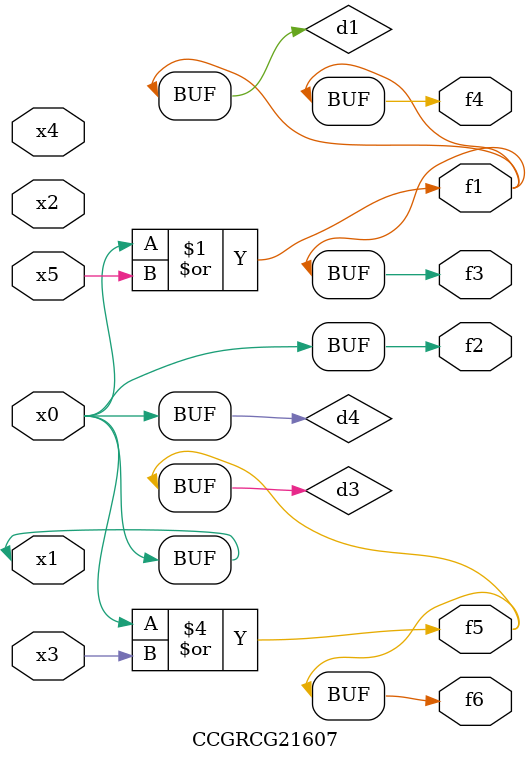
<source format=v>
module CCGRCG21607(
	input x0, x1, x2, x3, x4, x5,
	output f1, f2, f3, f4, f5, f6
);

	wire d1, d2, d3, d4;

	or (d1, x0, x5);
	xnor (d2, x1, x4);
	or (d3, x0, x3);
	buf (d4, x0, x1);
	assign f1 = d1;
	assign f2 = d4;
	assign f3 = d1;
	assign f4 = d1;
	assign f5 = d3;
	assign f6 = d3;
endmodule

</source>
